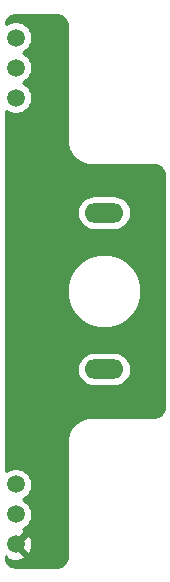
<source format=gbr>
%TF.GenerationSoftware,KiCad,Pcbnew,5.1.9-73d0e3b20d~88~ubuntu20.04.1*%
%TF.CreationDate,2021-04-02T20:19:58-07:00*%
%TF.ProjectId,encoder,656e636f-6465-4722-9e6b-696361645f70,rev?*%
%TF.SameCoordinates,Original*%
%TF.FileFunction,Copper,L2,Bot*%
%TF.FilePolarity,Positive*%
%FSLAX46Y46*%
G04 Gerber Fmt 4.6, Leading zero omitted, Abs format (unit mm)*
G04 Created by KiCad (PCBNEW 5.1.9-73d0e3b20d~88~ubuntu20.04.1) date 2021-04-02 20:19:58*
%MOMM*%
%LPD*%
G01*
G04 APERTURE LIST*
%TA.AperFunction,ComponentPad*%
%ADD10O,3.300000X1.650000*%
%TD*%
%TA.AperFunction,ComponentPad*%
%ADD11C,1.520000*%
%TD*%
%TA.AperFunction,ViaPad*%
%ADD12C,0.800000*%
%TD*%
%TA.AperFunction,Conductor*%
%ADD13C,0.500000*%
%TD*%
%TA.AperFunction,Conductor*%
%ADD14C,0.254000*%
%TD*%
%TA.AperFunction,Conductor*%
%ADD15C,0.100000*%
%TD*%
G04 APERTURE END LIST*
D10*
%TO.P,CN1,7*%
%TO.N,/MOTOR-*%
X100000000Y-106625200D03*
%TO.P,CN1,8*%
%TO.N,/MOTOR+*%
X100000000Y-93375200D03*
D11*
%TO.P,CN1,3*%
%TO.N,/QUADB*%
X92519900Y-116380000D03*
%TO.P,CN1,2*%
%TO.N,/QUADA*%
X92519900Y-118920000D03*
%TO.P,CN1,1*%
%TO.N,/GND*%
X92519900Y-121460000D03*
%TO.P,CN1,6*%
%TO.N,/MOTOR-*%
X92519900Y-78540000D03*
%TO.P,CN1,5*%
%TO.N,/MOTOR+*%
X92519900Y-81080000D03*
%TO.P,CN1,4*%
%TO.N,/VCC*%
X92519900Y-83620000D03*
%TD*%
D12*
%TO.N,/GND*%
X94600000Y-98500000D03*
X94200000Y-92100000D03*
X97000000Y-89300000D03*
X95200000Y-104900000D03*
X95200000Y-111400000D03*
X93014800Y-86461600D03*
%TD*%
D13*
%TO.N,/GND*%
X94600000Y-98500000D02*
X94600000Y-92500000D01*
X94600000Y-92500000D02*
X94200000Y-92100000D01*
X94200000Y-92100000D02*
X97000000Y-89300000D01*
X94600000Y-104300000D02*
X95200000Y-104900000D01*
X94600000Y-98500000D02*
X94600000Y-104300000D01*
X95200000Y-116239900D02*
X95200000Y-114600000D01*
X95200000Y-114600000D02*
X95200000Y-111400000D01*
X95200000Y-111400000D02*
X95200000Y-104900000D01*
X95200000Y-118779900D02*
X92519900Y-121460000D01*
X95200000Y-116239900D02*
X95200000Y-118779900D01*
X95853200Y-89300000D02*
X93014800Y-86461600D01*
X97000000Y-89300000D02*
X95853200Y-89300000D01*
%TD*%
D14*
%TO.N,/GND*%
X96111703Y-76670542D02*
X96111705Y-76670542D01*
X96159926Y-76674251D01*
X96211037Y-76686046D01*
X96278418Y-76708506D01*
X96355168Y-76740486D01*
X96424388Y-76775096D01*
X96475561Y-76807661D01*
X96532739Y-76853404D01*
X96592665Y-76907337D01*
X96646606Y-76967271D01*
X96692338Y-77024437D01*
X96724904Y-77075612D01*
X96759514Y-77144832D01*
X96791495Y-77221585D01*
X96813954Y-77288964D01*
X96825749Y-77340074D01*
X96829458Y-77388295D01*
X96829458Y-77388296D01*
X96840001Y-77525354D01*
X96840000Y-87192974D01*
X96839458Y-87218296D01*
X96840000Y-87225342D01*
X96840000Y-87232418D01*
X96842486Y-87257657D01*
X96849458Y-87348295D01*
X96849458Y-87348296D01*
X96858281Y-87462997D01*
X96857115Y-87480190D01*
X96863256Y-87527670D01*
X96864431Y-87542943D01*
X96867415Y-87559827D01*
X96869613Y-87576818D01*
X96873055Y-87591734D01*
X96881390Y-87638889D01*
X96887643Y-87654949D01*
X96906715Y-87737597D01*
X96913618Y-87767954D01*
X96913952Y-87768956D01*
X96914192Y-87769996D01*
X96924196Y-87799688D01*
X96961254Y-87910864D01*
X96968301Y-87933920D01*
X96971493Y-87941580D01*
X96974121Y-87949465D01*
X96983960Y-87971501D01*
X97027045Y-88074906D01*
X97035180Y-88096164D01*
X97039516Y-88104837D01*
X97043239Y-88113771D01*
X97053992Y-88133787D01*
X97081339Y-88188481D01*
X97081778Y-88190055D01*
X97110393Y-88246589D01*
X97124177Y-88274157D01*
X97125043Y-88275532D01*
X97125779Y-88276987D01*
X97142382Y-88303077D01*
X97176082Y-88356613D01*
X97177205Y-88357798D01*
X97180043Y-88362259D01*
X97181259Y-88365301D01*
X97214910Y-88417050D01*
X97230589Y-88441688D01*
X97232599Y-88444252D01*
X97234375Y-88446983D01*
X97252611Y-88469777D01*
X97290703Y-88518366D01*
X97293190Y-88520501D01*
X97326365Y-88561971D01*
X97337739Y-88577419D01*
X97346603Y-88587267D01*
X97354879Y-88597613D01*
X97368271Y-88611343D01*
X97407500Y-88654931D01*
X97408703Y-88656923D01*
X97450885Y-88703138D01*
X97471113Y-88725613D01*
X97472830Y-88727180D01*
X97474387Y-88728886D01*
X97496760Y-88749022D01*
X97543077Y-88791297D01*
X97545069Y-88792500D01*
X97588660Y-88831733D01*
X97602387Y-88845121D01*
X97612725Y-88853392D01*
X97622580Y-88862261D01*
X97638035Y-88873640D01*
X97679500Y-88906812D01*
X97681634Y-88909297D01*
X97730180Y-88947356D01*
X97753016Y-88965625D01*
X97755753Y-88967405D01*
X97758312Y-88969411D01*
X97782930Y-88985077D01*
X97834698Y-89018740D01*
X97837738Y-89019955D01*
X97842202Y-89022795D01*
X97843387Y-89023918D01*
X97896923Y-89057618D01*
X97923013Y-89074221D01*
X97924468Y-89074957D01*
X97925843Y-89075823D01*
X97953411Y-89089607D01*
X98009945Y-89118222D01*
X98011519Y-89118661D01*
X98066213Y-89146008D01*
X98086229Y-89156761D01*
X98095163Y-89160484D01*
X98103836Y-89164820D01*
X98125087Y-89172952D01*
X98228499Y-89216040D01*
X98250535Y-89225879D01*
X98258420Y-89228507D01*
X98266080Y-89231699D01*
X98289133Y-89238745D01*
X98400388Y-89275830D01*
X98430004Y-89285808D01*
X98431041Y-89286047D01*
X98432045Y-89286382D01*
X98462458Y-89293297D01*
X98545052Y-89312357D01*
X98561111Y-89318610D01*
X98608263Y-89326944D01*
X98623181Y-89330387D01*
X98640175Y-89332585D01*
X98657057Y-89335569D01*
X98672329Y-89336744D01*
X98719810Y-89342885D01*
X98737003Y-89341719D01*
X98851703Y-89350542D01*
X98851705Y-89350542D01*
X98942341Y-89357514D01*
X98967581Y-89360000D01*
X98974657Y-89360000D01*
X98981703Y-89360542D01*
X99007025Y-89360000D01*
X104224659Y-89360000D01*
X104361703Y-89370542D01*
X104361705Y-89370542D01*
X104409926Y-89374251D01*
X104461037Y-89386046D01*
X104528418Y-89408506D01*
X104605168Y-89440486D01*
X104674388Y-89475096D01*
X104725561Y-89507661D01*
X104782739Y-89553404D01*
X104842665Y-89607337D01*
X104896606Y-89667271D01*
X104942338Y-89724437D01*
X104974904Y-89775612D01*
X105009514Y-89844832D01*
X105041495Y-89921585D01*
X105063954Y-89988964D01*
X105075749Y-90040074D01*
X105079458Y-90088295D01*
X105079458Y-90088296D01*
X105090001Y-90225354D01*
X105090000Y-109774659D01*
X105079458Y-109911704D01*
X105075749Y-109959926D01*
X105063954Y-110011036D01*
X105041495Y-110078415D01*
X105009514Y-110155168D01*
X104974904Y-110224388D01*
X104942338Y-110275563D01*
X104896606Y-110332729D01*
X104842665Y-110392663D01*
X104782739Y-110446596D01*
X104725561Y-110492339D01*
X104674388Y-110524904D01*
X104605168Y-110559514D01*
X104528418Y-110591494D01*
X104461037Y-110613954D01*
X104409926Y-110625749D01*
X104361705Y-110629458D01*
X104361703Y-110629458D01*
X104224659Y-110640000D01*
X99007025Y-110640000D01*
X98981703Y-110639458D01*
X98974657Y-110640000D01*
X98967581Y-110640000D01*
X98942341Y-110642486D01*
X98851705Y-110649458D01*
X98851703Y-110649458D01*
X98737003Y-110658281D01*
X98719810Y-110657115D01*
X98672329Y-110663256D01*
X98657057Y-110664431D01*
X98640175Y-110667415D01*
X98623181Y-110669613D01*
X98608263Y-110673056D01*
X98561111Y-110681390D01*
X98545052Y-110687643D01*
X98462458Y-110706703D01*
X98432045Y-110713618D01*
X98431041Y-110713953D01*
X98430004Y-110714192D01*
X98400388Y-110724170D01*
X98289133Y-110761255D01*
X98266080Y-110768301D01*
X98258420Y-110771493D01*
X98250535Y-110774121D01*
X98228499Y-110783960D01*
X98125087Y-110827048D01*
X98103836Y-110835180D01*
X98095163Y-110839516D01*
X98086229Y-110843239D01*
X98066213Y-110853992D01*
X98011519Y-110881339D01*
X98009945Y-110881778D01*
X97953411Y-110910393D01*
X97925843Y-110924177D01*
X97924468Y-110925043D01*
X97923013Y-110925779D01*
X97896923Y-110942382D01*
X97843387Y-110976082D01*
X97842202Y-110977205D01*
X97837738Y-110980045D01*
X97834698Y-110981260D01*
X97782930Y-111014923D01*
X97758312Y-111030589D01*
X97755753Y-111032595D01*
X97753016Y-111034375D01*
X97730180Y-111052644D01*
X97681634Y-111090703D01*
X97679500Y-111093188D01*
X97638035Y-111126360D01*
X97622580Y-111137739D01*
X97612725Y-111146608D01*
X97602387Y-111154879D01*
X97588660Y-111168267D01*
X97545069Y-111207500D01*
X97543077Y-111208703D01*
X97496760Y-111250978D01*
X97474387Y-111271114D01*
X97472830Y-111272820D01*
X97471113Y-111274387D01*
X97450885Y-111296862D01*
X97408703Y-111343077D01*
X97407500Y-111345069D01*
X97368271Y-111388657D01*
X97354879Y-111402387D01*
X97346603Y-111412733D01*
X97337739Y-111422581D01*
X97326365Y-111438029D01*
X97293190Y-111479499D01*
X97290703Y-111481634D01*
X97252611Y-111530223D01*
X97234375Y-111553017D01*
X97232599Y-111555748D01*
X97230589Y-111558312D01*
X97214910Y-111582950D01*
X97181259Y-111634699D01*
X97180043Y-111637741D01*
X97177205Y-111642202D01*
X97176082Y-111643387D01*
X97142445Y-111696823D01*
X97125779Y-111723013D01*
X97125043Y-111724468D01*
X97124177Y-111725843D01*
X97110393Y-111753411D01*
X97081778Y-111809945D01*
X97081339Y-111811519D01*
X97053992Y-111866213D01*
X97043239Y-111886229D01*
X97039516Y-111895163D01*
X97035180Y-111903836D01*
X97027045Y-111925094D01*
X96983960Y-112028499D01*
X96974121Y-112050535D01*
X96971493Y-112058420D01*
X96968301Y-112066080D01*
X96961254Y-112089136D01*
X96924196Y-112200312D01*
X96914192Y-112230004D01*
X96913952Y-112231044D01*
X96913618Y-112232046D01*
X96906715Y-112262403D01*
X96887643Y-112345051D01*
X96881390Y-112361111D01*
X96873055Y-112408266D01*
X96869613Y-112423182D01*
X96867415Y-112440173D01*
X96864431Y-112457057D01*
X96863256Y-112472330D01*
X96857115Y-112519810D01*
X96858281Y-112537003D01*
X96854431Y-112587057D01*
X96842483Y-112742384D01*
X96840001Y-112767581D01*
X96840001Y-112774645D01*
X96839458Y-112781704D01*
X96840001Y-112807072D01*
X96840000Y-122474659D01*
X96829458Y-122611703D01*
X96825749Y-122659926D01*
X96813954Y-122711036D01*
X96791495Y-122778415D01*
X96759514Y-122855168D01*
X96724904Y-122924388D01*
X96692338Y-122975563D01*
X96646606Y-123032729D01*
X96592665Y-123092663D01*
X96532739Y-123146596D01*
X96475561Y-123192339D01*
X96424388Y-123224904D01*
X96355168Y-123259514D01*
X96278418Y-123291494D01*
X96211037Y-123313954D01*
X96159926Y-123325749D01*
X96111705Y-123329458D01*
X96111703Y-123329458D01*
X95974659Y-123340000D01*
X92525341Y-123340000D01*
X92388296Y-123329458D01*
X92388295Y-123329458D01*
X92340074Y-123325749D01*
X92288964Y-123313954D01*
X92221585Y-123291495D01*
X92144832Y-123259514D01*
X92075612Y-123224904D01*
X92024437Y-123192338D01*
X91967271Y-123146606D01*
X91907337Y-123092665D01*
X91853404Y-123032739D01*
X91807661Y-122975561D01*
X91775096Y-122924388D01*
X91740486Y-122855168D01*
X91708506Y-122778418D01*
X91686046Y-122711037D01*
X91674251Y-122659926D01*
X91670542Y-122611703D01*
X91661775Y-122497733D01*
X91735369Y-122424139D01*
X91802106Y-122664025D01*
X92050792Y-122780924D01*
X92317506Y-122847061D01*
X92591997Y-122859895D01*
X92863717Y-122818931D01*
X93122226Y-122725744D01*
X93237694Y-122664025D01*
X93304431Y-122424137D01*
X92519900Y-121639605D01*
X92505758Y-121653748D01*
X92326152Y-121474142D01*
X92340295Y-121460000D01*
X92699505Y-121460000D01*
X93484037Y-122244531D01*
X93723925Y-122177794D01*
X93840824Y-121929108D01*
X93906961Y-121662394D01*
X93919795Y-121387903D01*
X93878831Y-121116183D01*
X93785644Y-120857674D01*
X93723925Y-120742206D01*
X93484037Y-120675469D01*
X92699505Y-121460000D01*
X92340295Y-121460000D01*
X92326152Y-121445858D01*
X92505758Y-121266252D01*
X92519900Y-121280395D01*
X93304431Y-120495863D01*
X93237694Y-120255975D01*
X93098193Y-120190400D01*
X93180680Y-120156233D01*
X93409161Y-120003567D01*
X93603467Y-119809261D01*
X93756133Y-119580780D01*
X93861291Y-119326907D01*
X93914900Y-119057396D01*
X93914900Y-118782604D01*
X93861291Y-118513093D01*
X93756133Y-118259220D01*
X93603467Y-118030739D01*
X93409161Y-117836433D01*
X93180680Y-117683767D01*
X93099160Y-117650000D01*
X93180680Y-117616233D01*
X93409161Y-117463567D01*
X93603467Y-117269261D01*
X93756133Y-117040780D01*
X93861291Y-116786907D01*
X93914900Y-116517396D01*
X93914900Y-116242604D01*
X93861291Y-115973093D01*
X93756133Y-115719220D01*
X93603467Y-115490739D01*
X93409161Y-115296433D01*
X93180680Y-115143767D01*
X92926807Y-115038609D01*
X92657296Y-114985000D01*
X92382504Y-114985000D01*
X92112993Y-115038609D01*
X91859120Y-115143767D01*
X91660000Y-115276815D01*
X91660000Y-106625200D01*
X97707936Y-106625200D01*
X97736125Y-106911410D01*
X97819610Y-107186621D01*
X97955181Y-107440257D01*
X98137629Y-107662571D01*
X98359943Y-107845019D01*
X98613579Y-107980590D01*
X98888790Y-108064075D01*
X99103277Y-108085200D01*
X100896723Y-108085200D01*
X101111210Y-108064075D01*
X101386421Y-107980590D01*
X101640057Y-107845019D01*
X101862371Y-107662571D01*
X102044819Y-107440257D01*
X102180390Y-107186621D01*
X102263875Y-106911410D01*
X102292064Y-106625200D01*
X102263875Y-106338990D01*
X102180390Y-106063779D01*
X102044819Y-105810143D01*
X101862371Y-105587829D01*
X101640057Y-105405381D01*
X101386421Y-105269810D01*
X101111210Y-105186325D01*
X100896723Y-105165200D01*
X99103277Y-105165200D01*
X98888790Y-105186325D01*
X98613579Y-105269810D01*
X98359943Y-105405381D01*
X98137629Y-105587829D01*
X97955181Y-105810143D01*
X97819610Y-106063779D01*
X97736125Y-106338990D01*
X97707936Y-106625200D01*
X91660000Y-106625200D01*
X91660000Y-99688767D01*
X96840000Y-99688767D01*
X96840000Y-100311233D01*
X96961437Y-100921738D01*
X97199644Y-101496821D01*
X97545468Y-102014383D01*
X97985617Y-102454532D01*
X98503179Y-102800356D01*
X99078262Y-103038563D01*
X99688767Y-103160000D01*
X100311233Y-103160000D01*
X100921738Y-103038563D01*
X101496821Y-102800356D01*
X102014383Y-102454532D01*
X102454532Y-102014383D01*
X102800356Y-101496821D01*
X103038563Y-100921738D01*
X103160000Y-100311233D01*
X103160000Y-99688767D01*
X103038563Y-99078262D01*
X102800356Y-98503179D01*
X102454532Y-97985617D01*
X102014383Y-97545468D01*
X101496821Y-97199644D01*
X100921738Y-96961437D01*
X100311233Y-96840000D01*
X99688767Y-96840000D01*
X99078262Y-96961437D01*
X98503179Y-97199644D01*
X97985617Y-97545468D01*
X97545468Y-97985617D01*
X97199644Y-98503179D01*
X96961437Y-99078262D01*
X96840000Y-99688767D01*
X91660000Y-99688767D01*
X91660000Y-93375200D01*
X97707936Y-93375200D01*
X97736125Y-93661410D01*
X97819610Y-93936621D01*
X97955181Y-94190257D01*
X98137629Y-94412571D01*
X98359943Y-94595019D01*
X98613579Y-94730590D01*
X98888790Y-94814075D01*
X99103277Y-94835200D01*
X100896723Y-94835200D01*
X101111210Y-94814075D01*
X101386421Y-94730590D01*
X101640057Y-94595019D01*
X101862371Y-94412571D01*
X102044819Y-94190257D01*
X102180390Y-93936621D01*
X102263875Y-93661410D01*
X102292064Y-93375200D01*
X102263875Y-93088990D01*
X102180390Y-92813779D01*
X102044819Y-92560143D01*
X101862371Y-92337829D01*
X101640057Y-92155381D01*
X101386421Y-92019810D01*
X101111210Y-91936325D01*
X100896723Y-91915200D01*
X99103277Y-91915200D01*
X98888790Y-91936325D01*
X98613579Y-92019810D01*
X98359943Y-92155381D01*
X98137629Y-92337829D01*
X97955181Y-92560143D01*
X97819610Y-92813779D01*
X97736125Y-93088990D01*
X97707936Y-93375200D01*
X91660000Y-93375200D01*
X91660000Y-84723185D01*
X91859120Y-84856233D01*
X92112993Y-84961391D01*
X92382504Y-85015000D01*
X92657296Y-85015000D01*
X92926807Y-84961391D01*
X93180680Y-84856233D01*
X93409161Y-84703567D01*
X93603467Y-84509261D01*
X93756133Y-84280780D01*
X93861291Y-84026907D01*
X93914900Y-83757396D01*
X93914900Y-83482604D01*
X93861291Y-83213093D01*
X93756133Y-82959220D01*
X93603467Y-82730739D01*
X93409161Y-82536433D01*
X93180680Y-82383767D01*
X93099160Y-82350000D01*
X93180680Y-82316233D01*
X93409161Y-82163567D01*
X93603467Y-81969261D01*
X93756133Y-81740780D01*
X93861291Y-81486907D01*
X93914900Y-81217396D01*
X93914900Y-80942604D01*
X93861291Y-80673093D01*
X93756133Y-80419220D01*
X93603467Y-80190739D01*
X93409161Y-79996433D01*
X93180680Y-79843767D01*
X93099160Y-79810000D01*
X93180680Y-79776233D01*
X93409161Y-79623567D01*
X93603467Y-79429261D01*
X93756133Y-79200780D01*
X93861291Y-78946907D01*
X93914900Y-78677396D01*
X93914900Y-78402604D01*
X93861291Y-78133093D01*
X93756133Y-77879220D01*
X93603467Y-77650739D01*
X93409161Y-77456433D01*
X93180680Y-77303767D01*
X92926807Y-77198609D01*
X92657296Y-77145000D01*
X92382504Y-77145000D01*
X92112993Y-77198609D01*
X91859120Y-77303767D01*
X91667179Y-77432018D01*
X91670542Y-77388297D01*
X91670542Y-77388295D01*
X91674251Y-77340074D01*
X91686046Y-77288963D01*
X91708506Y-77221582D01*
X91740486Y-77144832D01*
X91775096Y-77075612D01*
X91807661Y-77024439D01*
X91853404Y-76967261D01*
X91907337Y-76907335D01*
X91967271Y-76853394D01*
X92024437Y-76807662D01*
X92075612Y-76775096D01*
X92144832Y-76740486D01*
X92221585Y-76708505D01*
X92288964Y-76686046D01*
X92340074Y-76674251D01*
X92388295Y-76670542D01*
X92388296Y-76670542D01*
X92525341Y-76660000D01*
X95974659Y-76660000D01*
X96111703Y-76670542D01*
%TA.AperFunction,Conductor*%
D15*
G36*
X96111703Y-76670542D02*
G01*
X96111705Y-76670542D01*
X96159926Y-76674251D01*
X96211037Y-76686046D01*
X96278418Y-76708506D01*
X96355168Y-76740486D01*
X96424388Y-76775096D01*
X96475561Y-76807661D01*
X96532739Y-76853404D01*
X96592665Y-76907337D01*
X96646606Y-76967271D01*
X96692338Y-77024437D01*
X96724904Y-77075612D01*
X96759514Y-77144832D01*
X96791495Y-77221585D01*
X96813954Y-77288964D01*
X96825749Y-77340074D01*
X96829458Y-77388295D01*
X96829458Y-77388296D01*
X96840001Y-77525354D01*
X96840000Y-87192974D01*
X96839458Y-87218296D01*
X96840000Y-87225342D01*
X96840000Y-87232418D01*
X96842486Y-87257657D01*
X96849458Y-87348295D01*
X96849458Y-87348296D01*
X96858281Y-87462997D01*
X96857115Y-87480190D01*
X96863256Y-87527670D01*
X96864431Y-87542943D01*
X96867415Y-87559827D01*
X96869613Y-87576818D01*
X96873055Y-87591734D01*
X96881390Y-87638889D01*
X96887643Y-87654949D01*
X96906715Y-87737597D01*
X96913618Y-87767954D01*
X96913952Y-87768956D01*
X96914192Y-87769996D01*
X96924196Y-87799688D01*
X96961254Y-87910864D01*
X96968301Y-87933920D01*
X96971493Y-87941580D01*
X96974121Y-87949465D01*
X96983960Y-87971501D01*
X97027045Y-88074906D01*
X97035180Y-88096164D01*
X97039516Y-88104837D01*
X97043239Y-88113771D01*
X97053992Y-88133787D01*
X97081339Y-88188481D01*
X97081778Y-88190055D01*
X97110393Y-88246589D01*
X97124177Y-88274157D01*
X97125043Y-88275532D01*
X97125779Y-88276987D01*
X97142382Y-88303077D01*
X97176082Y-88356613D01*
X97177205Y-88357798D01*
X97180043Y-88362259D01*
X97181259Y-88365301D01*
X97214910Y-88417050D01*
X97230589Y-88441688D01*
X97232599Y-88444252D01*
X97234375Y-88446983D01*
X97252611Y-88469777D01*
X97290703Y-88518366D01*
X97293190Y-88520501D01*
X97326365Y-88561971D01*
X97337739Y-88577419D01*
X97346603Y-88587267D01*
X97354879Y-88597613D01*
X97368271Y-88611343D01*
X97407500Y-88654931D01*
X97408703Y-88656923D01*
X97450885Y-88703138D01*
X97471113Y-88725613D01*
X97472830Y-88727180D01*
X97474387Y-88728886D01*
X97496760Y-88749022D01*
X97543077Y-88791297D01*
X97545069Y-88792500D01*
X97588660Y-88831733D01*
X97602387Y-88845121D01*
X97612725Y-88853392D01*
X97622580Y-88862261D01*
X97638035Y-88873640D01*
X97679500Y-88906812D01*
X97681634Y-88909297D01*
X97730180Y-88947356D01*
X97753016Y-88965625D01*
X97755753Y-88967405D01*
X97758312Y-88969411D01*
X97782930Y-88985077D01*
X97834698Y-89018740D01*
X97837738Y-89019955D01*
X97842202Y-89022795D01*
X97843387Y-89023918D01*
X97896923Y-89057618D01*
X97923013Y-89074221D01*
X97924468Y-89074957D01*
X97925843Y-89075823D01*
X97953411Y-89089607D01*
X98009945Y-89118222D01*
X98011519Y-89118661D01*
X98066213Y-89146008D01*
X98086229Y-89156761D01*
X98095163Y-89160484D01*
X98103836Y-89164820D01*
X98125087Y-89172952D01*
X98228499Y-89216040D01*
X98250535Y-89225879D01*
X98258420Y-89228507D01*
X98266080Y-89231699D01*
X98289133Y-89238745D01*
X98400388Y-89275830D01*
X98430004Y-89285808D01*
X98431041Y-89286047D01*
X98432045Y-89286382D01*
X98462458Y-89293297D01*
X98545052Y-89312357D01*
X98561111Y-89318610D01*
X98608263Y-89326944D01*
X98623181Y-89330387D01*
X98640175Y-89332585D01*
X98657057Y-89335569D01*
X98672329Y-89336744D01*
X98719810Y-89342885D01*
X98737003Y-89341719D01*
X98851703Y-89350542D01*
X98851705Y-89350542D01*
X98942341Y-89357514D01*
X98967581Y-89360000D01*
X98974657Y-89360000D01*
X98981703Y-89360542D01*
X99007025Y-89360000D01*
X104224659Y-89360000D01*
X104361703Y-89370542D01*
X104361705Y-89370542D01*
X104409926Y-89374251D01*
X104461037Y-89386046D01*
X104528418Y-89408506D01*
X104605168Y-89440486D01*
X104674388Y-89475096D01*
X104725561Y-89507661D01*
X104782739Y-89553404D01*
X104842665Y-89607337D01*
X104896606Y-89667271D01*
X104942338Y-89724437D01*
X104974904Y-89775612D01*
X105009514Y-89844832D01*
X105041495Y-89921585D01*
X105063954Y-89988964D01*
X105075749Y-90040074D01*
X105079458Y-90088295D01*
X105079458Y-90088296D01*
X105090001Y-90225354D01*
X105090000Y-109774659D01*
X105079458Y-109911704D01*
X105075749Y-109959926D01*
X105063954Y-110011036D01*
X105041495Y-110078415D01*
X105009514Y-110155168D01*
X104974904Y-110224388D01*
X104942338Y-110275563D01*
X104896606Y-110332729D01*
X104842665Y-110392663D01*
X104782739Y-110446596D01*
X104725561Y-110492339D01*
X104674388Y-110524904D01*
X104605168Y-110559514D01*
X104528418Y-110591494D01*
X104461037Y-110613954D01*
X104409926Y-110625749D01*
X104361705Y-110629458D01*
X104361703Y-110629458D01*
X104224659Y-110640000D01*
X99007025Y-110640000D01*
X98981703Y-110639458D01*
X98974657Y-110640000D01*
X98967581Y-110640000D01*
X98942341Y-110642486D01*
X98851705Y-110649458D01*
X98851703Y-110649458D01*
X98737003Y-110658281D01*
X98719810Y-110657115D01*
X98672329Y-110663256D01*
X98657057Y-110664431D01*
X98640175Y-110667415D01*
X98623181Y-110669613D01*
X98608263Y-110673056D01*
X98561111Y-110681390D01*
X98545052Y-110687643D01*
X98462458Y-110706703D01*
X98432045Y-110713618D01*
X98431041Y-110713953D01*
X98430004Y-110714192D01*
X98400388Y-110724170D01*
X98289133Y-110761255D01*
X98266080Y-110768301D01*
X98258420Y-110771493D01*
X98250535Y-110774121D01*
X98228499Y-110783960D01*
X98125087Y-110827048D01*
X98103836Y-110835180D01*
X98095163Y-110839516D01*
X98086229Y-110843239D01*
X98066213Y-110853992D01*
X98011519Y-110881339D01*
X98009945Y-110881778D01*
X97953411Y-110910393D01*
X97925843Y-110924177D01*
X97924468Y-110925043D01*
X97923013Y-110925779D01*
X97896923Y-110942382D01*
X97843387Y-110976082D01*
X97842202Y-110977205D01*
X97837738Y-110980045D01*
X97834698Y-110981260D01*
X97782930Y-111014923D01*
X97758312Y-111030589D01*
X97755753Y-111032595D01*
X97753016Y-111034375D01*
X97730180Y-111052644D01*
X97681634Y-111090703D01*
X97679500Y-111093188D01*
X97638035Y-111126360D01*
X97622580Y-111137739D01*
X97612725Y-111146608D01*
X97602387Y-111154879D01*
X97588660Y-111168267D01*
X97545069Y-111207500D01*
X97543077Y-111208703D01*
X97496760Y-111250978D01*
X97474387Y-111271114D01*
X97472830Y-111272820D01*
X97471113Y-111274387D01*
X97450885Y-111296862D01*
X97408703Y-111343077D01*
X97407500Y-111345069D01*
X97368271Y-111388657D01*
X97354879Y-111402387D01*
X97346603Y-111412733D01*
X97337739Y-111422581D01*
X97326365Y-111438029D01*
X97293190Y-111479499D01*
X97290703Y-111481634D01*
X97252611Y-111530223D01*
X97234375Y-111553017D01*
X97232599Y-111555748D01*
X97230589Y-111558312D01*
X97214910Y-111582950D01*
X97181259Y-111634699D01*
X97180043Y-111637741D01*
X97177205Y-111642202D01*
X97176082Y-111643387D01*
X97142445Y-111696823D01*
X97125779Y-111723013D01*
X97125043Y-111724468D01*
X97124177Y-111725843D01*
X97110393Y-111753411D01*
X97081778Y-111809945D01*
X97081339Y-111811519D01*
X97053992Y-111866213D01*
X97043239Y-111886229D01*
X97039516Y-111895163D01*
X97035180Y-111903836D01*
X97027045Y-111925094D01*
X96983960Y-112028499D01*
X96974121Y-112050535D01*
X96971493Y-112058420D01*
X96968301Y-112066080D01*
X96961254Y-112089136D01*
X96924196Y-112200312D01*
X96914192Y-112230004D01*
X96913952Y-112231044D01*
X96913618Y-112232046D01*
X96906715Y-112262403D01*
X96887643Y-112345051D01*
X96881390Y-112361111D01*
X96873055Y-112408266D01*
X96869613Y-112423182D01*
X96867415Y-112440173D01*
X96864431Y-112457057D01*
X96863256Y-112472330D01*
X96857115Y-112519810D01*
X96858281Y-112537003D01*
X96854431Y-112587057D01*
X96842483Y-112742384D01*
X96840001Y-112767581D01*
X96840001Y-112774645D01*
X96839458Y-112781704D01*
X96840001Y-112807072D01*
X96840000Y-122474659D01*
X96829458Y-122611703D01*
X96825749Y-122659926D01*
X96813954Y-122711036D01*
X96791495Y-122778415D01*
X96759514Y-122855168D01*
X96724904Y-122924388D01*
X96692338Y-122975563D01*
X96646606Y-123032729D01*
X96592665Y-123092663D01*
X96532739Y-123146596D01*
X96475561Y-123192339D01*
X96424388Y-123224904D01*
X96355168Y-123259514D01*
X96278418Y-123291494D01*
X96211037Y-123313954D01*
X96159926Y-123325749D01*
X96111705Y-123329458D01*
X96111703Y-123329458D01*
X95974659Y-123340000D01*
X92525341Y-123340000D01*
X92388296Y-123329458D01*
X92388295Y-123329458D01*
X92340074Y-123325749D01*
X92288964Y-123313954D01*
X92221585Y-123291495D01*
X92144832Y-123259514D01*
X92075612Y-123224904D01*
X92024437Y-123192338D01*
X91967271Y-123146606D01*
X91907337Y-123092665D01*
X91853404Y-123032739D01*
X91807661Y-122975561D01*
X91775096Y-122924388D01*
X91740486Y-122855168D01*
X91708506Y-122778418D01*
X91686046Y-122711037D01*
X91674251Y-122659926D01*
X91670542Y-122611703D01*
X91661775Y-122497733D01*
X91735369Y-122424139D01*
X91802106Y-122664025D01*
X92050792Y-122780924D01*
X92317506Y-122847061D01*
X92591997Y-122859895D01*
X92863717Y-122818931D01*
X93122226Y-122725744D01*
X93237694Y-122664025D01*
X93304431Y-122424137D01*
X92519900Y-121639605D01*
X92505758Y-121653748D01*
X92326152Y-121474142D01*
X92340295Y-121460000D01*
X92699505Y-121460000D01*
X93484037Y-122244531D01*
X93723925Y-122177794D01*
X93840824Y-121929108D01*
X93906961Y-121662394D01*
X93919795Y-121387903D01*
X93878831Y-121116183D01*
X93785644Y-120857674D01*
X93723925Y-120742206D01*
X93484037Y-120675469D01*
X92699505Y-121460000D01*
X92340295Y-121460000D01*
X92326152Y-121445858D01*
X92505758Y-121266252D01*
X92519900Y-121280395D01*
X93304431Y-120495863D01*
X93237694Y-120255975D01*
X93098193Y-120190400D01*
X93180680Y-120156233D01*
X93409161Y-120003567D01*
X93603467Y-119809261D01*
X93756133Y-119580780D01*
X93861291Y-119326907D01*
X93914900Y-119057396D01*
X93914900Y-118782604D01*
X93861291Y-118513093D01*
X93756133Y-118259220D01*
X93603467Y-118030739D01*
X93409161Y-117836433D01*
X93180680Y-117683767D01*
X93099160Y-117650000D01*
X93180680Y-117616233D01*
X93409161Y-117463567D01*
X93603467Y-117269261D01*
X93756133Y-117040780D01*
X93861291Y-116786907D01*
X93914900Y-116517396D01*
X93914900Y-116242604D01*
X93861291Y-115973093D01*
X93756133Y-115719220D01*
X93603467Y-115490739D01*
X93409161Y-115296433D01*
X93180680Y-115143767D01*
X92926807Y-115038609D01*
X92657296Y-114985000D01*
X92382504Y-114985000D01*
X92112993Y-115038609D01*
X91859120Y-115143767D01*
X91660000Y-115276815D01*
X91660000Y-106625200D01*
X97707936Y-106625200D01*
X97736125Y-106911410D01*
X97819610Y-107186621D01*
X97955181Y-107440257D01*
X98137629Y-107662571D01*
X98359943Y-107845019D01*
X98613579Y-107980590D01*
X98888790Y-108064075D01*
X99103277Y-108085200D01*
X100896723Y-108085200D01*
X101111210Y-108064075D01*
X101386421Y-107980590D01*
X101640057Y-107845019D01*
X101862371Y-107662571D01*
X102044819Y-107440257D01*
X102180390Y-107186621D01*
X102263875Y-106911410D01*
X102292064Y-106625200D01*
X102263875Y-106338990D01*
X102180390Y-106063779D01*
X102044819Y-105810143D01*
X101862371Y-105587829D01*
X101640057Y-105405381D01*
X101386421Y-105269810D01*
X101111210Y-105186325D01*
X100896723Y-105165200D01*
X99103277Y-105165200D01*
X98888790Y-105186325D01*
X98613579Y-105269810D01*
X98359943Y-105405381D01*
X98137629Y-105587829D01*
X97955181Y-105810143D01*
X97819610Y-106063779D01*
X97736125Y-106338990D01*
X97707936Y-106625200D01*
X91660000Y-106625200D01*
X91660000Y-99688767D01*
X96840000Y-99688767D01*
X96840000Y-100311233D01*
X96961437Y-100921738D01*
X97199644Y-101496821D01*
X97545468Y-102014383D01*
X97985617Y-102454532D01*
X98503179Y-102800356D01*
X99078262Y-103038563D01*
X99688767Y-103160000D01*
X100311233Y-103160000D01*
X100921738Y-103038563D01*
X101496821Y-102800356D01*
X102014383Y-102454532D01*
X102454532Y-102014383D01*
X102800356Y-101496821D01*
X103038563Y-100921738D01*
X103160000Y-100311233D01*
X103160000Y-99688767D01*
X103038563Y-99078262D01*
X102800356Y-98503179D01*
X102454532Y-97985617D01*
X102014383Y-97545468D01*
X101496821Y-97199644D01*
X100921738Y-96961437D01*
X100311233Y-96840000D01*
X99688767Y-96840000D01*
X99078262Y-96961437D01*
X98503179Y-97199644D01*
X97985617Y-97545468D01*
X97545468Y-97985617D01*
X97199644Y-98503179D01*
X96961437Y-99078262D01*
X96840000Y-99688767D01*
X91660000Y-99688767D01*
X91660000Y-93375200D01*
X97707936Y-93375200D01*
X97736125Y-93661410D01*
X97819610Y-93936621D01*
X97955181Y-94190257D01*
X98137629Y-94412571D01*
X98359943Y-94595019D01*
X98613579Y-94730590D01*
X98888790Y-94814075D01*
X99103277Y-94835200D01*
X100896723Y-94835200D01*
X101111210Y-94814075D01*
X101386421Y-94730590D01*
X101640057Y-94595019D01*
X101862371Y-94412571D01*
X102044819Y-94190257D01*
X102180390Y-93936621D01*
X102263875Y-93661410D01*
X102292064Y-93375200D01*
X102263875Y-93088990D01*
X102180390Y-92813779D01*
X102044819Y-92560143D01*
X101862371Y-92337829D01*
X101640057Y-92155381D01*
X101386421Y-92019810D01*
X101111210Y-91936325D01*
X100896723Y-91915200D01*
X99103277Y-91915200D01*
X98888790Y-91936325D01*
X98613579Y-92019810D01*
X98359943Y-92155381D01*
X98137629Y-92337829D01*
X97955181Y-92560143D01*
X97819610Y-92813779D01*
X97736125Y-93088990D01*
X97707936Y-93375200D01*
X91660000Y-93375200D01*
X91660000Y-84723185D01*
X91859120Y-84856233D01*
X92112993Y-84961391D01*
X92382504Y-85015000D01*
X92657296Y-85015000D01*
X92926807Y-84961391D01*
X93180680Y-84856233D01*
X93409161Y-84703567D01*
X93603467Y-84509261D01*
X93756133Y-84280780D01*
X93861291Y-84026907D01*
X93914900Y-83757396D01*
X93914900Y-83482604D01*
X93861291Y-83213093D01*
X93756133Y-82959220D01*
X93603467Y-82730739D01*
X93409161Y-82536433D01*
X93180680Y-82383767D01*
X93099160Y-82350000D01*
X93180680Y-82316233D01*
X93409161Y-82163567D01*
X93603467Y-81969261D01*
X93756133Y-81740780D01*
X93861291Y-81486907D01*
X93914900Y-81217396D01*
X93914900Y-80942604D01*
X93861291Y-80673093D01*
X93756133Y-80419220D01*
X93603467Y-80190739D01*
X93409161Y-79996433D01*
X93180680Y-79843767D01*
X93099160Y-79810000D01*
X93180680Y-79776233D01*
X93409161Y-79623567D01*
X93603467Y-79429261D01*
X93756133Y-79200780D01*
X93861291Y-78946907D01*
X93914900Y-78677396D01*
X93914900Y-78402604D01*
X93861291Y-78133093D01*
X93756133Y-77879220D01*
X93603467Y-77650739D01*
X93409161Y-77456433D01*
X93180680Y-77303767D01*
X92926807Y-77198609D01*
X92657296Y-77145000D01*
X92382504Y-77145000D01*
X92112993Y-77198609D01*
X91859120Y-77303767D01*
X91667179Y-77432018D01*
X91670542Y-77388297D01*
X91670542Y-77388295D01*
X91674251Y-77340074D01*
X91686046Y-77288963D01*
X91708506Y-77221582D01*
X91740486Y-77144832D01*
X91775096Y-77075612D01*
X91807661Y-77024439D01*
X91853404Y-76967261D01*
X91907337Y-76907335D01*
X91967271Y-76853394D01*
X92024437Y-76807662D01*
X92075612Y-76775096D01*
X92144832Y-76740486D01*
X92221585Y-76708505D01*
X92288964Y-76686046D01*
X92340074Y-76674251D01*
X92388295Y-76670542D01*
X92388296Y-76670542D01*
X92525341Y-76660000D01*
X95974659Y-76660000D01*
X96111703Y-76670542D01*
G37*
%TD.AperFunction*%
%TD*%
M02*

</source>
